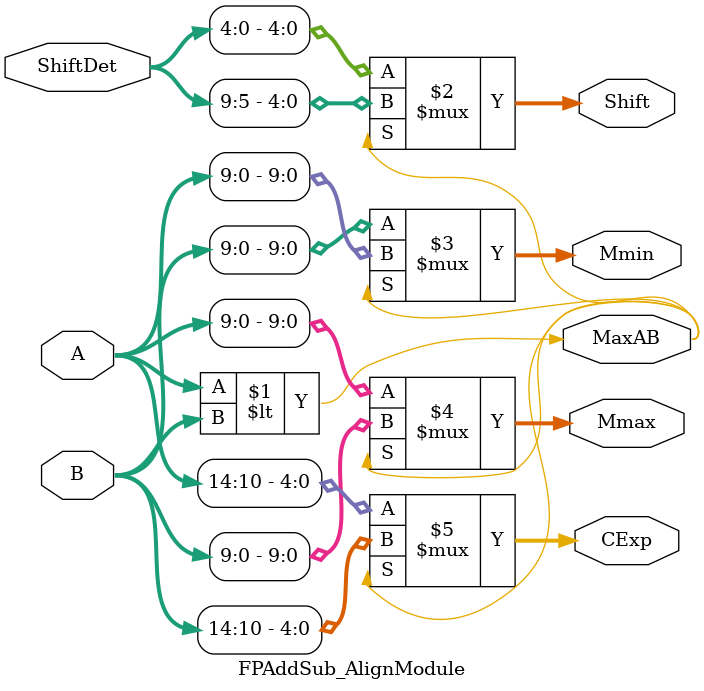
<source format=v>
`define SIMULATION_MEMORY
`define VECTOR_DEPTH 64 //Q,K,V vector size
`define DATA_WIDTH 16
`define VECTOR_BITS 1024 // 16 bit each (16x64)
`define NUM_WORDS 32   //num of words in the sentence
`define BUF_AWIDTH 4 //16 entries in each buffer ram
`define BUF_LOC_SIZE 4 //4 words in each addr location
`define OUT_RAM_DEPTH 512 //512 entries in output bram
//`define EXPONENT 8
//`define MANTISSA 7
`define EXPONENT 5
`define MANTISSA 10
`define SIGN 1
`define DWIDTH (`SIGN+`EXPONENT+`MANTISSA)
`define DEFINES_DONE
`define DATAWIDTH (`SIGN+`EXPONENT+`MANTISSA)
`define IEEE_COMPLIANCE 1
`define NUM 4
`define ADDRSIZE 4

module FPAddSub_AlignModule (
		A,
		B,
		ShiftDet,
		CExp,
		MaxAB,
		Shift,
		Mmin,
		Mmax
	);
	
	// Input ports
	input [`DWIDTH-2:0] A ;								// Input A, a 32-bit floating point number
	input [`DWIDTH-2:0] B ;								// Input B, a 32-bit floating point number
	input [2*`EXPONENT-1:0] ShiftDet ;
	
	// Output ports
	output [`EXPONENT-1:0] CExp ;							// Common Exponent
	output MaxAB ;									// Incidates larger of A and B (0/A, 1/B)
	output [`EXPONENT-1:0] Shift ;							// Number of steps to smaller mantissa shift right
	output [`MANTISSA-1:0] Mmin ;							// Smaller mantissa 
	output [`MANTISSA-1:0] Mmax ;							// Larger mantissa
	
	// Internal signals
	//wire BOF ;										// Check for shifting overflow if B is larger
	//wire AOF ;										// Check for shifting overflow if A is larger
	
	assign MaxAB = (A[`DWIDTH-2:0] < B[`DWIDTH-2:0]) ;	
	//assign BOF = ShiftDet[9:5] < 25 ;		// Cannot shift more than 25 bits
	//assign AOF = ShiftDet[4:0] < 25 ;		// Cannot shift more than 25 bits
	
	// Determine final shift value
	//assign Shift = MaxAB ? (BOF ? ShiftDet[9:5] : 5'b11001) : (AOF ? ShiftDet[4:0] : 5'b11001) ;
	
	assign Shift = MaxAB ? ShiftDet[2*`EXPONENT-1:`EXPONENT] : ShiftDet[`EXPONENT-1:0] ;
	
	// Take out smaller mantissa and append shift space
	assign Mmin = MaxAB ? A[`MANTISSA-1:0] : B[`MANTISSA-1:0] ; 
	
	// Take out larger mantissa	
	assign Mmax = MaxAB ? B[`MANTISSA-1:0]: A[`MANTISSA-1:0] ;	
	
	// Common exponent
	assign CExp = (MaxAB ? B[`MANTISSA+`EXPONENT-1:`MANTISSA] : A[`MANTISSA+`EXPONENT-1:`MANTISSA]) ;		
	
endmodule

</source>
